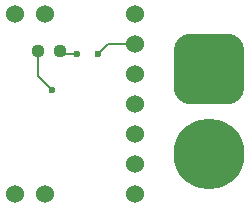
<source format=gbr>
%TF.GenerationSoftware,KiCad,Pcbnew,8.0.9-8.0.9-0~ubuntu22.04.1*%
%TF.CreationDate,2025-08-20T20:13:53+09:00*%
%TF.ProjectId,PD-Trigger,50442d54-7269-4676-9765-722e6b696361,rev?*%
%TF.SameCoordinates,Original*%
%TF.FileFunction,Copper,L2,Bot*%
%TF.FilePolarity,Positive*%
%FSLAX46Y46*%
G04 Gerber Fmt 4.6, Leading zero omitted, Abs format (unit mm)*
G04 Created by KiCad (PCBNEW 8.0.9-8.0.9-0~ubuntu22.04.1) date 2025-08-20 20:13:53*
%MOMM*%
%LPD*%
G01*
G04 APERTURE LIST*
G04 Aperture macros list*
%AMRoundRect*
0 Rectangle with rounded corners*
0 $1 Rounding radius*
0 $2 $3 $4 $5 $6 $7 $8 $9 X,Y pos of 4 corners*
0 Add a 4 corners polygon primitive as box body*
4,1,4,$2,$3,$4,$5,$6,$7,$8,$9,$2,$3,0*
0 Add four circle primitives for the rounded corners*
1,1,$1+$1,$2,$3*
1,1,$1+$1,$4,$5*
1,1,$1+$1,$6,$7*
1,1,$1+$1,$8,$9*
0 Add four rect primitives between the rounded corners*
20,1,$1+$1,$2,$3,$4,$5,0*
20,1,$1+$1,$4,$5,$6,$7,0*
20,1,$1+$1,$6,$7,$8,$9,0*
20,1,$1+$1,$8,$9,$2,$3,0*%
G04 Aperture macros list end*
%TA.AperFunction,ComponentPad*%
%ADD10C,1.524000*%
%TD*%
%TA.AperFunction,ComponentPad*%
%ADD11RoundRect,1.500000X-1.500000X1.500000X-1.500000X-1.500000X1.500000X-1.500000X1.500000X1.500000X0*%
%TD*%
%TA.AperFunction,ComponentPad*%
%ADD12C,6.000000*%
%TD*%
%TA.AperFunction,SMDPad,CuDef*%
%ADD13RoundRect,0.237500X0.250000X0.237500X-0.250000X0.237500X-0.250000X-0.237500X0.250000X-0.237500X0*%
%TD*%
%TA.AperFunction,ViaPad*%
%ADD14C,0.600000*%
%TD*%
%TA.AperFunction,Conductor*%
%ADD15C,0.200000*%
%TD*%
G04 APERTURE END LIST*
D10*
%TO.P,J1,1,VBUS*%
%TO.N,VBUS*%
X53951200Y-52681200D03*
%TO.P,J1,2,D-*%
%TO.N,unconnected-(J1-D--Pad2)*%
X53951200Y-50141200D03*
%TO.P,J1,3,D+*%
%TO.N,unconnected-(J1-D+-Pad3)*%
X53951200Y-47601200D03*
%TO.P,J1,4,GND*%
%TO.N,GND*%
X53951200Y-45061200D03*
%TO.P,J1,5,CC1*%
%TO.N,Net-(J1-CC1)*%
X53951200Y-42521200D03*
%TO.P,J1,6,CC2*%
%TO.N,Net-(J1-CC2)*%
X53951200Y-39981200D03*
%TO.P,J1,7,GND*%
%TO.N,GND*%
X53951200Y-37441200D03*
%TO.P,J1,8*%
%TO.N,N/C*%
X46331200Y-52681200D03*
%TO.P,J1,9*%
X43791200Y-52681200D03*
%TO.P,J1,10*%
X46331200Y-37441200D03*
%TO.P,J1,11*%
X43791200Y-37441200D03*
%TD*%
D11*
%TO.P,J2,1,Pin_1*%
%TO.N,GND*%
X60198000Y-42076000D03*
D12*
%TO.P,J2,2,Pin_2*%
%TO.N,VBUS*%
X60198000Y-49276000D03*
%TD*%
D13*
%TO.P,R_conf,1*%
%TO.N,Net-(U1-CFG)*%
X47599600Y-40589200D03*
%TO.P,R_conf,2*%
%TO.N,Net-(U1-VDD)*%
X45774600Y-40589200D03*
%TD*%
D14*
%TO.N,Net-(J1-CC2)*%
X50784800Y-40826800D03*
%TO.N,Net-(U1-VDD)*%
X46888400Y-43840400D03*
%TO.N,Net-(U1-CFG)*%
X49072800Y-40792400D03*
%TD*%
D15*
%TO.N,Net-(J1-CC2)*%
X50784800Y-40826800D02*
X51630400Y-39981200D01*
X51630400Y-39981200D02*
X53951200Y-39981200D01*
%TO.N,Net-(U1-VDD)*%
X45774600Y-40589200D02*
X45774600Y-42726600D01*
X45774600Y-42726600D02*
X46888400Y-43840400D01*
%TO.N,Net-(U1-CFG)*%
X47599600Y-40589200D02*
X47802800Y-40792400D01*
X47802800Y-40792400D02*
X49072800Y-40792400D01*
%TD*%
M02*

</source>
